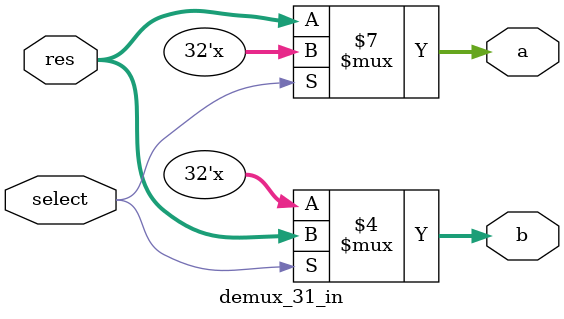
<source format=v>
`timescale 1ns / 1ps


module demux_31_in(
    input [31:0] res ,
    input select ,
    output reg [31:0] a , b
    );
    
    always@(*)
    begin
    
    if( select == 1'b1)
        b = res ;
     else
        a = res ;  
    
    end

endmodule

</source>
